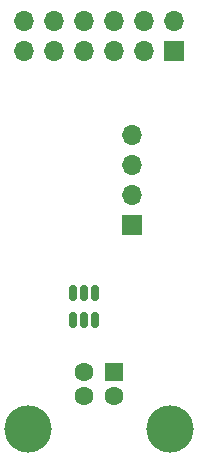
<source format=gbs>
G04 #@! TF.GenerationSoftware,KiCad,Pcbnew,7.0.9-7.0.9~ubuntu20.04.1*
G04 #@! TF.CreationDate,2023-12-02T17:13:26+01:00*
G04 #@! TF.ProjectId,kicad-pmod_usb,6b696361-642d-4706-9d6f-645f7573622e,1.0*
G04 #@! TF.SameCoordinates,Original*
G04 #@! TF.FileFunction,Soldermask,Bot*
G04 #@! TF.FilePolarity,Negative*
%FSLAX46Y46*%
G04 Gerber Fmt 4.6, Leading zero omitted, Abs format (unit mm)*
G04 Created by KiCad (PCBNEW 7.0.9-7.0.9~ubuntu20.04.1) date 2023-12-02 17:13:26*
%MOMM*%
%LPD*%
G01*
G04 APERTURE LIST*
G04 Aperture macros list*
%AMRoundRect*
0 Rectangle with rounded corners*
0 $1 Rounding radius*
0 $2 $3 $4 $5 $6 $7 $8 $9 X,Y pos of 4 corners*
0 Add a 4 corners polygon primitive as box body*
4,1,4,$2,$3,$4,$5,$6,$7,$8,$9,$2,$3,0*
0 Add four circle primitives for the rounded corners*
1,1,$1+$1,$2,$3*
1,1,$1+$1,$4,$5*
1,1,$1+$1,$6,$7*
1,1,$1+$1,$8,$9*
0 Add four rect primitives between the rounded corners*
20,1,$1+$1,$2,$3,$4,$5,0*
20,1,$1+$1,$4,$5,$6,$7,0*
20,1,$1+$1,$6,$7,$8,$9,0*
20,1,$1+$1,$8,$9,$2,$3,0*%
G04 Aperture macros list end*
%ADD10R,1.700000X1.700000*%
%ADD11O,1.700000X1.700000*%
%ADD12R,1.600000X1.600000*%
%ADD13C,1.600000*%
%ADD14C,4.000000*%
%ADD15RoundRect,0.150000X-0.150000X0.512500X-0.150000X-0.512500X0.150000X-0.512500X0.150000X0.512500X0*%
G04 APERTURE END LIST*
D10*
X123190000Y-65976500D03*
D11*
X123190000Y-63436500D03*
X120650000Y-65976500D03*
X120650000Y-63436500D03*
X118110000Y-65976500D03*
X118110000Y-63436500D03*
X115570000Y-65976500D03*
X115570000Y-63436500D03*
X113030000Y-65976500D03*
X113030000Y-63436500D03*
X110490000Y-65976500D03*
X110490000Y-63436500D03*
D12*
X118110000Y-93154500D03*
D13*
X115610000Y-93154500D03*
X115610000Y-95154500D03*
X118110000Y-95154500D03*
D14*
X122860000Y-98014500D03*
X110860000Y-98014500D03*
D10*
X119634000Y-80708500D03*
D11*
X119634000Y-78168500D03*
X119634000Y-75628500D03*
X119634000Y-73088500D03*
D15*
X114620000Y-86492500D03*
X115570000Y-86492500D03*
X116520000Y-86492500D03*
X116520000Y-88767500D03*
X115570000Y-88767500D03*
X114620000Y-88767500D03*
M02*

</source>
